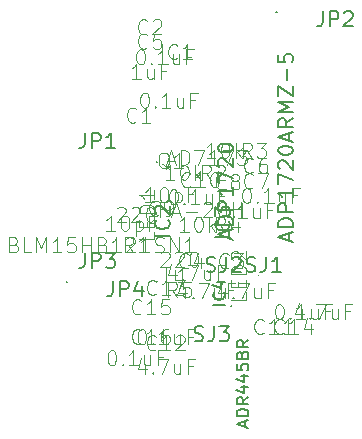
<source format=gbr>
G04 (created by PCBNEW (2013-jul-07)-stable) date Mon 28 Dec 2015 12:05:22 PM PST*
%MOIN*%
G04 Gerber Fmt 3.4, Leading zero omitted, Abs format*
%FSLAX34Y34*%
G01*
G70*
G90*
G04 APERTURE LIST*
%ADD10C,0.00393701*%
%ADD11C,0.004*%
%ADD12C,0.005*%
%ADD13C,0.0062*%
%ADD14C,3.93701e-08*%
G04 APERTURE END LIST*
G54D10*
G54D11*
X56756Y-37139D02*
X56756Y-36639D01*
X57280Y-37091D02*
X57256Y-37115D01*
X57185Y-37139D01*
X57137Y-37139D01*
X57066Y-37115D01*
X57018Y-37067D01*
X56995Y-37020D01*
X56971Y-36925D01*
X56971Y-36853D01*
X56995Y-36758D01*
X57018Y-36710D01*
X57066Y-36663D01*
X57137Y-36639D01*
X57185Y-36639D01*
X57256Y-36663D01*
X57280Y-36687D01*
X57756Y-37139D02*
X57471Y-37139D01*
X57614Y-37139D02*
X57614Y-36639D01*
X57566Y-36710D01*
X57518Y-36758D01*
X57471Y-36782D01*
X56943Y-40521D02*
X57181Y-40521D01*
X56895Y-40664D02*
X57062Y-40164D01*
X57229Y-40664D01*
X57395Y-40664D02*
X57395Y-40164D01*
X57515Y-40164D01*
X57586Y-40188D01*
X57634Y-40235D01*
X57657Y-40283D01*
X57681Y-40378D01*
X57681Y-40450D01*
X57657Y-40545D01*
X57634Y-40592D01*
X57586Y-40640D01*
X57515Y-40664D01*
X57395Y-40664D01*
X57848Y-40164D02*
X58181Y-40164D01*
X57967Y-40664D01*
X58634Y-40664D02*
X58348Y-40664D01*
X58491Y-40664D02*
X58491Y-40164D01*
X58443Y-40235D01*
X58395Y-40283D01*
X58348Y-40307D01*
X58800Y-40164D02*
X59134Y-40164D01*
X58919Y-40664D01*
X59276Y-40164D02*
X59586Y-40164D01*
X59419Y-40354D01*
X59491Y-40354D01*
X59538Y-40378D01*
X59562Y-40402D01*
X59586Y-40450D01*
X59586Y-40569D01*
X59562Y-40616D01*
X59538Y-40640D01*
X59491Y-40664D01*
X59348Y-40664D01*
X59300Y-40640D01*
X59276Y-40616D01*
X55812Y-43560D02*
X55646Y-43322D01*
X55526Y-43560D02*
X55526Y-43060D01*
X55717Y-43060D01*
X55765Y-43084D01*
X55788Y-43108D01*
X55812Y-43155D01*
X55812Y-43227D01*
X55788Y-43274D01*
X55765Y-43298D01*
X55717Y-43322D01*
X55526Y-43322D01*
X56288Y-43560D02*
X56003Y-43560D01*
X56146Y-43560D02*
X56146Y-43060D01*
X56098Y-43131D01*
X56050Y-43179D01*
X56003Y-43203D01*
X55276Y-42108D02*
X55300Y-42084D01*
X55348Y-42060D01*
X55467Y-42060D01*
X55515Y-42084D01*
X55538Y-42108D01*
X55562Y-42155D01*
X55562Y-42203D01*
X55538Y-42274D01*
X55253Y-42560D01*
X55562Y-42560D01*
X55753Y-42108D02*
X55776Y-42084D01*
X55824Y-42060D01*
X55943Y-42060D01*
X55991Y-42084D01*
X56015Y-42108D01*
X56038Y-42155D01*
X56038Y-42203D01*
X56015Y-42274D01*
X55729Y-42560D01*
X56038Y-42560D01*
X56348Y-42060D02*
X56396Y-42060D01*
X56443Y-42084D01*
X56467Y-42108D01*
X56491Y-42155D01*
X56515Y-42250D01*
X56515Y-42369D01*
X56491Y-42465D01*
X56467Y-42512D01*
X56443Y-42536D01*
X56396Y-42560D01*
X56348Y-42560D01*
X56300Y-42536D01*
X56276Y-42512D01*
X56253Y-42465D01*
X56229Y-42369D01*
X56229Y-42250D01*
X56253Y-42155D01*
X56276Y-42108D01*
X56300Y-42084D01*
X56348Y-42060D01*
X56517Y-42891D02*
X56517Y-43129D01*
X56017Y-43129D01*
X56255Y-42724D02*
X56255Y-42558D01*
X56517Y-42486D02*
X56517Y-42724D01*
X56017Y-42724D01*
X56017Y-42486D01*
X56517Y-42272D02*
X56017Y-42272D01*
X56017Y-42153D01*
X56041Y-42082D01*
X56088Y-42034D01*
X56136Y-42010D01*
X56231Y-41986D01*
X56303Y-41986D01*
X56398Y-42010D01*
X56445Y-42034D01*
X56493Y-42082D01*
X56517Y-42153D01*
X56517Y-42272D01*
X56517Y-41510D02*
X56517Y-41796D01*
X56517Y-41653D02*
X56017Y-41653D01*
X56088Y-41701D01*
X56136Y-41748D01*
X56160Y-41796D01*
X57469Y-42832D02*
X57493Y-42808D01*
X57517Y-42832D01*
X57493Y-42855D01*
X57469Y-42832D01*
X57517Y-42832D01*
X55905Y-39207D02*
X55881Y-39231D01*
X55810Y-39255D01*
X55762Y-39255D01*
X55691Y-39231D01*
X55643Y-39183D01*
X55619Y-39136D01*
X55596Y-39041D01*
X55596Y-38969D01*
X55619Y-38874D01*
X55643Y-38826D01*
X55691Y-38779D01*
X55762Y-38755D01*
X55810Y-38755D01*
X55881Y-38779D01*
X55905Y-38803D01*
X56381Y-39255D02*
X56096Y-39255D01*
X56239Y-39255D02*
X56239Y-38755D01*
X56191Y-38826D01*
X56143Y-38874D01*
X56096Y-38898D01*
X56167Y-38255D02*
X56215Y-38255D01*
X56262Y-38279D01*
X56286Y-38303D01*
X56310Y-38350D01*
X56334Y-38445D01*
X56334Y-38564D01*
X56310Y-38660D01*
X56286Y-38707D01*
X56262Y-38731D01*
X56215Y-38755D01*
X56167Y-38755D01*
X56119Y-38731D01*
X56096Y-38707D01*
X56072Y-38660D01*
X56048Y-38564D01*
X56048Y-38445D01*
X56072Y-38350D01*
X56096Y-38303D01*
X56119Y-38279D01*
X56167Y-38255D01*
X56548Y-38707D02*
X56572Y-38731D01*
X56548Y-38755D01*
X56524Y-38731D01*
X56548Y-38707D01*
X56548Y-38755D01*
X57048Y-38755D02*
X56762Y-38755D01*
X56905Y-38755D02*
X56905Y-38255D01*
X56858Y-38326D01*
X56810Y-38374D01*
X56762Y-38398D01*
X57477Y-38422D02*
X57477Y-38755D01*
X57262Y-38422D02*
X57262Y-38683D01*
X57286Y-38731D01*
X57334Y-38755D01*
X57405Y-38755D01*
X57453Y-38731D01*
X57477Y-38707D01*
X57881Y-38493D02*
X57715Y-38493D01*
X57715Y-38755D02*
X57715Y-38255D01*
X57953Y-38255D01*
X58393Y-41160D02*
X58227Y-40922D01*
X58107Y-41160D02*
X58107Y-40660D01*
X58298Y-40660D01*
X58346Y-40684D01*
X58369Y-40708D01*
X58393Y-40755D01*
X58393Y-40827D01*
X58369Y-40874D01*
X58346Y-40898D01*
X58298Y-40922D01*
X58107Y-40922D01*
X58584Y-40708D02*
X58607Y-40684D01*
X58655Y-40660D01*
X58774Y-40660D01*
X58822Y-40684D01*
X58846Y-40708D01*
X58869Y-40755D01*
X58869Y-40803D01*
X58846Y-40874D01*
X58560Y-41160D01*
X58869Y-41160D01*
X57179Y-41160D02*
X56893Y-41160D01*
X57036Y-41160D02*
X57036Y-40660D01*
X56988Y-40731D01*
X56941Y-40779D01*
X56893Y-40803D01*
X57488Y-40660D02*
X57536Y-40660D01*
X57584Y-40684D01*
X57607Y-40708D01*
X57631Y-40755D01*
X57655Y-40850D01*
X57655Y-40969D01*
X57631Y-41065D01*
X57607Y-41112D01*
X57584Y-41136D01*
X57536Y-41160D01*
X57488Y-41160D01*
X57441Y-41136D01*
X57417Y-41112D01*
X57393Y-41065D01*
X57369Y-40969D01*
X57369Y-40850D01*
X57393Y-40755D01*
X57417Y-40708D01*
X57441Y-40684D01*
X57488Y-40660D01*
X57869Y-41160D02*
X57869Y-40660D01*
X57917Y-40969D02*
X58060Y-41160D01*
X58060Y-40827D02*
X57869Y-41017D01*
X59755Y-40424D02*
X59589Y-40186D01*
X59469Y-40424D02*
X59469Y-39924D01*
X59660Y-39924D01*
X59708Y-39948D01*
X59731Y-39972D01*
X59755Y-40019D01*
X59755Y-40091D01*
X59731Y-40138D01*
X59708Y-40162D01*
X59660Y-40186D01*
X59469Y-40186D01*
X59922Y-39924D02*
X60231Y-39924D01*
X60065Y-40114D01*
X60136Y-40114D01*
X60184Y-40138D01*
X60208Y-40162D01*
X60231Y-40210D01*
X60231Y-40329D01*
X60208Y-40376D01*
X60184Y-40400D01*
X60136Y-40424D01*
X59993Y-40424D01*
X59946Y-40400D01*
X59922Y-40376D01*
X58541Y-40424D02*
X58255Y-40424D01*
X58398Y-40424D02*
X58398Y-39924D01*
X58350Y-39995D01*
X58303Y-40043D01*
X58255Y-40067D01*
X58850Y-39924D02*
X58898Y-39924D01*
X58946Y-39948D01*
X58969Y-39972D01*
X58993Y-40019D01*
X59017Y-40114D01*
X59017Y-40233D01*
X58993Y-40329D01*
X58969Y-40376D01*
X58946Y-40400D01*
X58898Y-40424D01*
X58850Y-40424D01*
X58803Y-40400D01*
X58779Y-40376D01*
X58755Y-40329D01*
X58731Y-40233D01*
X58731Y-40114D01*
X58755Y-40019D01*
X58779Y-39972D01*
X58803Y-39948D01*
X58850Y-39924D01*
X59231Y-40424D02*
X59231Y-39924D01*
X59279Y-40233D02*
X59422Y-40424D01*
X59422Y-40091D02*
X59231Y-40281D01*
X56273Y-36268D02*
X56249Y-36292D01*
X56178Y-36316D01*
X56130Y-36316D01*
X56059Y-36292D01*
X56011Y-36244D01*
X55987Y-36197D01*
X55964Y-36102D01*
X55964Y-36030D01*
X55987Y-35935D01*
X56011Y-35887D01*
X56059Y-35840D01*
X56130Y-35816D01*
X56178Y-35816D01*
X56249Y-35840D01*
X56273Y-35864D01*
X56464Y-35864D02*
X56487Y-35840D01*
X56535Y-35816D01*
X56654Y-35816D01*
X56702Y-35840D01*
X56726Y-35864D01*
X56749Y-35911D01*
X56749Y-35959D01*
X56726Y-36030D01*
X56440Y-36316D01*
X56749Y-36316D01*
X56035Y-36816D02*
X56083Y-36816D01*
X56130Y-36840D01*
X56154Y-36864D01*
X56178Y-36911D01*
X56202Y-37006D01*
X56202Y-37125D01*
X56178Y-37221D01*
X56154Y-37268D01*
X56130Y-37292D01*
X56083Y-37316D01*
X56035Y-37316D01*
X55987Y-37292D01*
X55964Y-37268D01*
X55940Y-37221D01*
X55916Y-37125D01*
X55916Y-37006D01*
X55940Y-36911D01*
X55964Y-36864D01*
X55987Y-36840D01*
X56035Y-36816D01*
X56416Y-37268D02*
X56440Y-37292D01*
X56416Y-37316D01*
X56392Y-37292D01*
X56416Y-37268D01*
X56416Y-37316D01*
X56916Y-37316D02*
X56630Y-37316D01*
X56773Y-37316D02*
X56773Y-36816D01*
X56726Y-36887D01*
X56678Y-36935D01*
X56630Y-36959D01*
X57345Y-36983D02*
X57345Y-37316D01*
X57130Y-36983D02*
X57130Y-37244D01*
X57154Y-37292D01*
X57202Y-37316D01*
X57273Y-37316D01*
X57321Y-37292D01*
X57345Y-37268D01*
X57749Y-37054D02*
X57583Y-37054D01*
X57583Y-37316D02*
X57583Y-36816D01*
X57821Y-36816D01*
X58989Y-44063D02*
X58965Y-44087D01*
X58894Y-44111D01*
X58846Y-44111D01*
X58775Y-44087D01*
X58727Y-44039D01*
X58703Y-43992D01*
X58680Y-43897D01*
X58680Y-43825D01*
X58703Y-43730D01*
X58727Y-43682D01*
X58775Y-43635D01*
X58846Y-43611D01*
X58894Y-43611D01*
X58965Y-43635D01*
X58989Y-43659D01*
X59156Y-43611D02*
X59465Y-43611D01*
X59299Y-43801D01*
X59370Y-43801D01*
X59418Y-43825D01*
X59442Y-43849D01*
X59465Y-43897D01*
X59465Y-44016D01*
X59442Y-44063D01*
X59418Y-44087D01*
X59370Y-44111D01*
X59227Y-44111D01*
X59180Y-44087D01*
X59156Y-44063D01*
X58870Y-44778D02*
X58870Y-45111D01*
X58751Y-44587D02*
X58632Y-44944D01*
X58942Y-44944D01*
X59132Y-45063D02*
X59156Y-45087D01*
X59132Y-45111D01*
X59108Y-45087D01*
X59132Y-45063D01*
X59132Y-45111D01*
X59323Y-44611D02*
X59656Y-44611D01*
X59442Y-45111D01*
X60061Y-44778D02*
X60061Y-45111D01*
X59846Y-44778D02*
X59846Y-45039D01*
X59870Y-45087D01*
X59918Y-45111D01*
X59989Y-45111D01*
X60037Y-45087D01*
X60061Y-45063D01*
X60465Y-44849D02*
X60299Y-44849D01*
X60299Y-45111D02*
X60299Y-44611D01*
X60537Y-44611D01*
X56273Y-36740D02*
X56249Y-36764D01*
X56178Y-36788D01*
X56130Y-36788D01*
X56059Y-36764D01*
X56011Y-36716D01*
X55987Y-36669D01*
X55964Y-36574D01*
X55964Y-36502D01*
X55987Y-36407D01*
X56011Y-36359D01*
X56059Y-36312D01*
X56130Y-36288D01*
X56178Y-36288D01*
X56249Y-36312D01*
X56273Y-36336D01*
X56726Y-36288D02*
X56487Y-36288D01*
X56464Y-36526D01*
X56487Y-36502D01*
X56535Y-36478D01*
X56654Y-36478D01*
X56702Y-36502D01*
X56726Y-36526D01*
X56749Y-36574D01*
X56749Y-36693D01*
X56726Y-36740D01*
X56702Y-36764D01*
X56654Y-36788D01*
X56535Y-36788D01*
X56487Y-36764D01*
X56464Y-36740D01*
X56059Y-37788D02*
X55773Y-37788D01*
X55916Y-37788D02*
X55916Y-37288D01*
X55868Y-37359D01*
X55821Y-37407D01*
X55773Y-37431D01*
X56487Y-37455D02*
X56487Y-37788D01*
X56273Y-37455D02*
X56273Y-37716D01*
X56297Y-37764D01*
X56345Y-37788D01*
X56416Y-37788D01*
X56464Y-37764D01*
X56487Y-37740D01*
X56892Y-37526D02*
X56726Y-37526D01*
X56726Y-37788D02*
X56726Y-37288D01*
X56964Y-37288D01*
X59804Y-40886D02*
X59780Y-40910D01*
X59709Y-40934D01*
X59661Y-40934D01*
X59590Y-40910D01*
X59542Y-40862D01*
X59518Y-40815D01*
X59495Y-40720D01*
X59495Y-40648D01*
X59518Y-40553D01*
X59542Y-40505D01*
X59590Y-40458D01*
X59661Y-40434D01*
X59709Y-40434D01*
X59780Y-40458D01*
X59804Y-40482D01*
X60233Y-40434D02*
X60138Y-40434D01*
X60090Y-40458D01*
X60066Y-40482D01*
X60018Y-40553D01*
X59995Y-40648D01*
X59995Y-40839D01*
X60018Y-40886D01*
X60042Y-40910D01*
X60090Y-40934D01*
X60185Y-40934D01*
X60233Y-40910D01*
X60257Y-40886D01*
X60280Y-40839D01*
X60280Y-40720D01*
X60257Y-40672D01*
X60233Y-40648D01*
X60185Y-40624D01*
X60090Y-40624D01*
X60042Y-40648D01*
X60018Y-40672D01*
X59995Y-40720D01*
X59566Y-41434D02*
X59614Y-41434D01*
X59661Y-41458D01*
X59685Y-41482D01*
X59709Y-41529D01*
X59733Y-41624D01*
X59733Y-41743D01*
X59709Y-41839D01*
X59685Y-41886D01*
X59661Y-41910D01*
X59614Y-41934D01*
X59566Y-41934D01*
X59518Y-41910D01*
X59495Y-41886D01*
X59471Y-41839D01*
X59447Y-41743D01*
X59447Y-41624D01*
X59471Y-41529D01*
X59495Y-41482D01*
X59518Y-41458D01*
X59566Y-41434D01*
X59947Y-41886D02*
X59971Y-41910D01*
X59947Y-41934D01*
X59923Y-41910D01*
X59947Y-41886D01*
X59947Y-41934D01*
X60447Y-41934D02*
X60161Y-41934D01*
X60304Y-41934D02*
X60304Y-41434D01*
X60257Y-41505D01*
X60209Y-41553D01*
X60161Y-41577D01*
X60876Y-41601D02*
X60876Y-41934D01*
X60661Y-41601D02*
X60661Y-41862D01*
X60685Y-41910D01*
X60733Y-41934D01*
X60804Y-41934D01*
X60852Y-41910D01*
X60876Y-41886D01*
X61280Y-41672D02*
X61114Y-41672D01*
X61114Y-41934D02*
X61114Y-41434D01*
X61352Y-41434D01*
X59804Y-41394D02*
X59780Y-41418D01*
X59709Y-41442D01*
X59661Y-41442D01*
X59590Y-41418D01*
X59542Y-41370D01*
X59518Y-41323D01*
X59495Y-41228D01*
X59495Y-41156D01*
X59518Y-41061D01*
X59542Y-41013D01*
X59590Y-40966D01*
X59661Y-40942D01*
X59709Y-40942D01*
X59780Y-40966D01*
X59804Y-40990D01*
X59971Y-40942D02*
X60304Y-40942D01*
X60090Y-41442D01*
X59590Y-42442D02*
X59304Y-42442D01*
X59447Y-42442D02*
X59447Y-41942D01*
X59399Y-42013D01*
X59352Y-42061D01*
X59304Y-42085D01*
X60018Y-42109D02*
X60018Y-42442D01*
X59804Y-42109D02*
X59804Y-42370D01*
X59828Y-42418D01*
X59876Y-42442D01*
X59947Y-42442D01*
X59995Y-42418D01*
X60018Y-42394D01*
X60423Y-42180D02*
X60257Y-42180D01*
X60257Y-42442D02*
X60257Y-41942D01*
X60495Y-41942D01*
X58865Y-41427D02*
X58841Y-41451D01*
X58770Y-41475D01*
X58722Y-41475D01*
X58651Y-41451D01*
X58603Y-41403D01*
X58579Y-41356D01*
X58556Y-41261D01*
X58556Y-41189D01*
X58579Y-41094D01*
X58603Y-41046D01*
X58651Y-40999D01*
X58722Y-40975D01*
X58770Y-40975D01*
X58841Y-40999D01*
X58865Y-41023D01*
X59151Y-41189D02*
X59103Y-41165D01*
X59079Y-41142D01*
X59056Y-41094D01*
X59056Y-41070D01*
X59079Y-41023D01*
X59103Y-40999D01*
X59151Y-40975D01*
X59246Y-40975D01*
X59294Y-40999D01*
X59318Y-41023D01*
X59341Y-41070D01*
X59341Y-41094D01*
X59318Y-41142D01*
X59294Y-41165D01*
X59246Y-41189D01*
X59151Y-41189D01*
X59103Y-41213D01*
X59079Y-41237D01*
X59056Y-41284D01*
X59056Y-41380D01*
X59079Y-41427D01*
X59103Y-41451D01*
X59151Y-41475D01*
X59246Y-41475D01*
X59294Y-41451D01*
X59318Y-41427D01*
X59341Y-41380D01*
X59341Y-41284D01*
X59318Y-41237D01*
X59294Y-41213D01*
X59246Y-41189D01*
X57127Y-41475D02*
X57175Y-41475D01*
X57222Y-41499D01*
X57246Y-41523D01*
X57270Y-41570D01*
X57294Y-41665D01*
X57294Y-41784D01*
X57270Y-41880D01*
X57246Y-41927D01*
X57222Y-41951D01*
X57175Y-41975D01*
X57127Y-41975D01*
X57079Y-41951D01*
X57056Y-41927D01*
X57032Y-41880D01*
X57008Y-41784D01*
X57008Y-41665D01*
X57032Y-41570D01*
X57056Y-41523D01*
X57079Y-41499D01*
X57127Y-41475D01*
X57508Y-41927D02*
X57532Y-41951D01*
X57508Y-41975D01*
X57484Y-41951D01*
X57508Y-41927D01*
X57508Y-41975D01*
X58008Y-41975D02*
X57722Y-41975D01*
X57865Y-41975D02*
X57865Y-41475D01*
X57818Y-41546D01*
X57770Y-41594D01*
X57722Y-41618D01*
X58437Y-41642D02*
X58437Y-41975D01*
X58222Y-41642D02*
X58222Y-41903D01*
X58246Y-41951D01*
X58294Y-41975D01*
X58365Y-41975D01*
X58413Y-41951D01*
X58437Y-41927D01*
X58841Y-41713D02*
X58675Y-41713D01*
X58675Y-41975D02*
X58675Y-41475D01*
X58913Y-41475D01*
X58865Y-42892D02*
X58699Y-42654D01*
X58579Y-42892D02*
X58579Y-42392D01*
X58770Y-42392D01*
X58818Y-42416D01*
X58841Y-42440D01*
X58865Y-42487D01*
X58865Y-42559D01*
X58841Y-42606D01*
X58818Y-42630D01*
X58770Y-42654D01*
X58579Y-42654D01*
X59294Y-42559D02*
X59294Y-42892D01*
X59175Y-42368D02*
X59056Y-42725D01*
X59365Y-42725D01*
X57651Y-42892D02*
X57365Y-42892D01*
X57508Y-42892D02*
X57508Y-42392D01*
X57460Y-42463D01*
X57413Y-42511D01*
X57365Y-42535D01*
X57960Y-42392D02*
X58008Y-42392D01*
X58056Y-42416D01*
X58079Y-42440D01*
X58103Y-42487D01*
X58127Y-42582D01*
X58127Y-42701D01*
X58103Y-42797D01*
X58079Y-42844D01*
X58056Y-42868D01*
X58008Y-42892D01*
X57960Y-42892D01*
X57913Y-42868D01*
X57889Y-42844D01*
X57865Y-42797D01*
X57841Y-42701D01*
X57841Y-42582D01*
X57865Y-42487D01*
X57889Y-42440D01*
X57913Y-42416D01*
X57960Y-42392D01*
X58341Y-42892D02*
X58341Y-42392D01*
X58389Y-42701D02*
X58532Y-42892D01*
X58532Y-42559D02*
X58341Y-42749D01*
G54D12*
X57030Y-43019D02*
X56530Y-43019D01*
X56982Y-42495D02*
X57006Y-42519D01*
X57030Y-42590D01*
X57030Y-42638D01*
X57006Y-42709D01*
X56958Y-42757D01*
X56911Y-42781D01*
X56816Y-42804D01*
X56744Y-42804D01*
X56649Y-42781D01*
X56601Y-42757D01*
X56554Y-42709D01*
X56530Y-42638D01*
X56530Y-42590D01*
X56554Y-42519D01*
X56578Y-42495D01*
X56578Y-42304D02*
X56554Y-42281D01*
X56530Y-42233D01*
X56530Y-42114D01*
X56554Y-42066D01*
X56578Y-42042D01*
X56625Y-42019D01*
X56673Y-42019D01*
X56744Y-42042D01*
X57030Y-42328D01*
X57030Y-42019D01*
X58987Y-43102D02*
X58987Y-42864D01*
X59130Y-43150D02*
X58630Y-42983D01*
X59130Y-42816D01*
X59130Y-42650D02*
X58630Y-42650D01*
X58630Y-42531D01*
X58654Y-42459D01*
X58701Y-42411D01*
X58749Y-42388D01*
X58844Y-42364D01*
X58916Y-42364D01*
X59011Y-42388D01*
X59058Y-42411D01*
X59106Y-42459D01*
X59130Y-42531D01*
X59130Y-42650D01*
X59130Y-42150D02*
X58630Y-42150D01*
X58630Y-41959D01*
X58654Y-41911D01*
X58678Y-41888D01*
X58725Y-41864D01*
X58797Y-41864D01*
X58844Y-41888D01*
X58868Y-41911D01*
X58892Y-41959D01*
X58892Y-42150D01*
X59130Y-41388D02*
X59130Y-41673D01*
X59130Y-41531D02*
X58630Y-41531D01*
X58701Y-41578D01*
X58749Y-41626D01*
X58773Y-41673D01*
X58630Y-41221D02*
X58630Y-40888D01*
X59130Y-41102D01*
X58678Y-40721D02*
X58654Y-40697D01*
X58630Y-40650D01*
X58630Y-40531D01*
X58654Y-40483D01*
X58678Y-40459D01*
X58725Y-40435D01*
X58773Y-40435D01*
X58844Y-40459D01*
X59130Y-40745D01*
X59130Y-40435D01*
X58630Y-40126D02*
X58630Y-40078D01*
X58654Y-40031D01*
X58678Y-40007D01*
X58725Y-39983D01*
X58820Y-39959D01*
X58939Y-39959D01*
X59035Y-39983D01*
X59082Y-40007D01*
X59106Y-40031D01*
X59130Y-40078D01*
X59130Y-40126D01*
X59106Y-40173D01*
X59082Y-40197D01*
X59035Y-40221D01*
X58939Y-40245D01*
X58820Y-40245D01*
X58725Y-40221D01*
X58678Y-40197D01*
X58654Y-40173D01*
X58630Y-40126D01*
G54D11*
X57651Y-44063D02*
X57627Y-44087D01*
X57556Y-44111D01*
X57508Y-44111D01*
X57437Y-44087D01*
X57389Y-44039D01*
X57365Y-43992D01*
X57342Y-43897D01*
X57342Y-43825D01*
X57365Y-43730D01*
X57389Y-43682D01*
X57437Y-43635D01*
X57508Y-43611D01*
X57556Y-43611D01*
X57627Y-43635D01*
X57651Y-43659D01*
X58080Y-43778D02*
X58080Y-44111D01*
X57961Y-43587D02*
X57842Y-43944D01*
X58151Y-43944D01*
X57532Y-44778D02*
X57532Y-45111D01*
X57413Y-44587D02*
X57294Y-44944D01*
X57604Y-44944D01*
X57794Y-45063D02*
X57818Y-45087D01*
X57794Y-45111D01*
X57770Y-45087D01*
X57794Y-45063D01*
X57794Y-45111D01*
X57985Y-44611D02*
X58318Y-44611D01*
X58104Y-45111D01*
X58723Y-44778D02*
X58723Y-45111D01*
X58508Y-44778D02*
X58508Y-45039D01*
X58532Y-45087D01*
X58580Y-45111D01*
X58651Y-45111D01*
X58699Y-45087D01*
X58723Y-45063D01*
X59127Y-44849D02*
X58961Y-44849D01*
X58961Y-45111D02*
X58961Y-44611D01*
X59199Y-44611D01*
G54D12*
X59038Y-43058D02*
X58538Y-43058D01*
X58990Y-42534D02*
X59014Y-42558D01*
X59038Y-42629D01*
X59038Y-42677D01*
X59014Y-42748D01*
X58966Y-42796D01*
X58919Y-42820D01*
X58824Y-42843D01*
X58752Y-42843D01*
X58657Y-42820D01*
X58609Y-42796D01*
X58562Y-42748D01*
X58538Y-42677D01*
X58538Y-42629D01*
X58562Y-42558D01*
X58586Y-42534D01*
X58538Y-42367D02*
X58538Y-42058D01*
X58728Y-42224D01*
X58728Y-42153D01*
X58752Y-42105D01*
X58776Y-42081D01*
X58824Y-42058D01*
X58943Y-42058D01*
X58990Y-42081D01*
X59014Y-42105D01*
X59038Y-42153D01*
X59038Y-42296D01*
X59014Y-42343D01*
X58990Y-42367D01*
X60995Y-43177D02*
X60995Y-42939D01*
X61138Y-43224D02*
X60638Y-43058D01*
X61138Y-42891D01*
X61138Y-42724D02*
X60638Y-42724D01*
X60638Y-42605D01*
X60662Y-42534D01*
X60709Y-42486D01*
X60757Y-42462D01*
X60852Y-42439D01*
X60924Y-42439D01*
X61019Y-42462D01*
X61066Y-42486D01*
X61114Y-42534D01*
X61138Y-42605D01*
X61138Y-42724D01*
X61138Y-42224D02*
X60638Y-42224D01*
X60638Y-42034D01*
X60662Y-41986D01*
X60686Y-41962D01*
X60733Y-41939D01*
X60805Y-41939D01*
X60852Y-41962D01*
X60876Y-41986D01*
X60900Y-42034D01*
X60900Y-42224D01*
X61138Y-41462D02*
X61138Y-41748D01*
X61138Y-41605D02*
X60638Y-41605D01*
X60709Y-41653D01*
X60757Y-41700D01*
X60781Y-41748D01*
X60638Y-41296D02*
X60638Y-40962D01*
X61138Y-41177D01*
X60686Y-40796D02*
X60662Y-40772D01*
X60638Y-40724D01*
X60638Y-40605D01*
X60662Y-40558D01*
X60686Y-40534D01*
X60733Y-40510D01*
X60781Y-40510D01*
X60852Y-40534D01*
X61138Y-40820D01*
X61138Y-40510D01*
X60638Y-40200D02*
X60638Y-40153D01*
X60662Y-40105D01*
X60686Y-40081D01*
X60733Y-40058D01*
X60828Y-40034D01*
X60947Y-40034D01*
X61043Y-40058D01*
X61090Y-40081D01*
X61114Y-40105D01*
X61138Y-40153D01*
X61138Y-40200D01*
X61114Y-40248D01*
X61090Y-40272D01*
X61043Y-40296D01*
X60947Y-40320D01*
X60828Y-40320D01*
X60733Y-40296D01*
X60686Y-40272D01*
X60662Y-40248D01*
X60638Y-40200D01*
X60995Y-39843D02*
X60995Y-39605D01*
X61138Y-39891D02*
X60638Y-39724D01*
X61138Y-39558D01*
X61138Y-39105D02*
X60900Y-39272D01*
X61138Y-39391D02*
X60638Y-39391D01*
X60638Y-39200D01*
X60662Y-39153D01*
X60686Y-39129D01*
X60733Y-39105D01*
X60805Y-39105D01*
X60852Y-39129D01*
X60876Y-39153D01*
X60900Y-39200D01*
X60900Y-39391D01*
X61138Y-38891D02*
X60638Y-38891D01*
X60995Y-38724D01*
X60638Y-38558D01*
X61138Y-38558D01*
X60638Y-38367D02*
X60638Y-38034D01*
X61138Y-38367D01*
X61138Y-38034D01*
X60947Y-37843D02*
X60947Y-37462D01*
X60638Y-36986D02*
X60638Y-37224D01*
X60876Y-37248D01*
X60852Y-37224D01*
X60828Y-37177D01*
X60828Y-37058D01*
X60852Y-37010D01*
X60876Y-36986D01*
X60924Y-36962D01*
X61043Y-36962D01*
X61090Y-36986D01*
X61114Y-37010D01*
X61138Y-37058D01*
X61138Y-37177D01*
X61114Y-37224D01*
X61090Y-37248D01*
G54D11*
X56653Y-42305D02*
X56629Y-42329D01*
X56558Y-42353D01*
X56510Y-42353D01*
X56439Y-42329D01*
X56391Y-42281D01*
X56367Y-42234D01*
X56344Y-42139D01*
X56344Y-42067D01*
X56367Y-41972D01*
X56391Y-41924D01*
X56439Y-41877D01*
X56510Y-41853D01*
X56558Y-41853D01*
X56629Y-41877D01*
X56653Y-41901D01*
X56891Y-42353D02*
X56987Y-42353D01*
X57034Y-42329D01*
X57058Y-42305D01*
X57106Y-42234D01*
X57129Y-42139D01*
X57129Y-41948D01*
X57106Y-41901D01*
X57082Y-41877D01*
X57034Y-41853D01*
X56939Y-41853D01*
X56891Y-41877D01*
X56867Y-41901D01*
X56844Y-41948D01*
X56844Y-42067D01*
X56867Y-42115D01*
X56891Y-42139D01*
X56939Y-42162D01*
X57034Y-42162D01*
X57082Y-42139D01*
X57106Y-42115D01*
X57129Y-42067D01*
X55201Y-42853D02*
X54915Y-42853D01*
X55058Y-42853D02*
X55058Y-42353D01*
X55010Y-42424D01*
X54963Y-42472D01*
X54915Y-42496D01*
X55510Y-42353D02*
X55558Y-42353D01*
X55606Y-42377D01*
X55629Y-42401D01*
X55653Y-42448D01*
X55677Y-42543D01*
X55677Y-42662D01*
X55653Y-42758D01*
X55629Y-42805D01*
X55606Y-42829D01*
X55558Y-42853D01*
X55510Y-42853D01*
X55463Y-42829D01*
X55439Y-42805D01*
X55415Y-42758D01*
X55391Y-42662D01*
X55391Y-42543D01*
X55415Y-42448D01*
X55439Y-42401D01*
X55463Y-42377D01*
X55510Y-42353D01*
X55891Y-42520D02*
X55891Y-43020D01*
X55891Y-42543D02*
X55939Y-42520D01*
X56034Y-42520D01*
X56082Y-42543D01*
X56106Y-42567D01*
X56129Y-42615D01*
X56129Y-42758D01*
X56106Y-42805D01*
X56082Y-42829D01*
X56034Y-42853D01*
X55939Y-42853D01*
X55891Y-42829D01*
X56510Y-42591D02*
X56344Y-42591D01*
X56344Y-42853D02*
X56344Y-42353D01*
X56582Y-42353D01*
X57714Y-41360D02*
X57690Y-41384D01*
X57619Y-41408D01*
X57571Y-41408D01*
X57500Y-41384D01*
X57452Y-41336D01*
X57428Y-41289D01*
X57405Y-41194D01*
X57405Y-41122D01*
X57428Y-41027D01*
X57452Y-40979D01*
X57500Y-40932D01*
X57571Y-40908D01*
X57619Y-40908D01*
X57690Y-40932D01*
X57714Y-40956D01*
X58190Y-41408D02*
X57905Y-41408D01*
X58047Y-41408D02*
X58047Y-40908D01*
X58000Y-40979D01*
X57952Y-41027D01*
X57905Y-41051D01*
X58500Y-40908D02*
X58547Y-40908D01*
X58595Y-40932D01*
X58619Y-40956D01*
X58643Y-41003D01*
X58666Y-41098D01*
X58666Y-41217D01*
X58643Y-41313D01*
X58619Y-41360D01*
X58595Y-41384D01*
X58547Y-41408D01*
X58500Y-41408D01*
X58452Y-41384D01*
X58428Y-41360D01*
X58405Y-41313D01*
X58381Y-41217D01*
X58381Y-41098D01*
X58405Y-41003D01*
X58428Y-40956D01*
X58452Y-40932D01*
X58500Y-40908D01*
X56500Y-41908D02*
X56214Y-41908D01*
X56357Y-41908D02*
X56357Y-41408D01*
X56309Y-41479D01*
X56262Y-41527D01*
X56214Y-41551D01*
X56809Y-41408D02*
X56857Y-41408D01*
X56905Y-41432D01*
X56928Y-41456D01*
X56952Y-41503D01*
X56976Y-41598D01*
X56976Y-41717D01*
X56952Y-41813D01*
X56928Y-41860D01*
X56905Y-41884D01*
X56857Y-41908D01*
X56809Y-41908D01*
X56762Y-41884D01*
X56738Y-41860D01*
X56714Y-41813D01*
X56690Y-41717D01*
X56690Y-41598D01*
X56714Y-41503D01*
X56738Y-41456D01*
X56762Y-41432D01*
X56809Y-41408D01*
X57190Y-41575D02*
X57190Y-42075D01*
X57190Y-41598D02*
X57238Y-41575D01*
X57333Y-41575D01*
X57381Y-41598D01*
X57405Y-41622D01*
X57428Y-41670D01*
X57428Y-41813D01*
X57405Y-41860D01*
X57381Y-41884D01*
X57333Y-41908D01*
X57238Y-41908D01*
X57190Y-41884D01*
X57809Y-41646D02*
X57643Y-41646D01*
X57643Y-41908D02*
X57643Y-41408D01*
X57881Y-41408D01*
X57014Y-40799D02*
X56966Y-40775D01*
X56919Y-40727D01*
X56847Y-40656D01*
X56800Y-40632D01*
X56752Y-40632D01*
X56776Y-40751D02*
X56728Y-40727D01*
X56681Y-40679D01*
X56657Y-40584D01*
X56657Y-40418D01*
X56681Y-40322D01*
X56728Y-40275D01*
X56776Y-40251D01*
X56871Y-40251D01*
X56919Y-40275D01*
X56966Y-40322D01*
X56990Y-40418D01*
X56990Y-40584D01*
X56966Y-40679D01*
X56919Y-40727D01*
X56871Y-40751D01*
X56776Y-40751D01*
X57466Y-40751D02*
X57181Y-40751D01*
X57323Y-40751D02*
X57323Y-40251D01*
X57276Y-40322D01*
X57228Y-40370D01*
X57181Y-40394D01*
X56869Y-42149D02*
X56702Y-42149D01*
X56702Y-42411D02*
X56702Y-41911D01*
X56940Y-41911D01*
X57107Y-42268D02*
X57345Y-42268D01*
X57060Y-42411D02*
X57226Y-41911D01*
X57393Y-42411D01*
X57560Y-42220D02*
X57940Y-42220D01*
X58155Y-41959D02*
X58179Y-41935D01*
X58226Y-41911D01*
X58345Y-41911D01*
X58393Y-41935D01*
X58417Y-41959D01*
X58440Y-42006D01*
X58440Y-42054D01*
X58417Y-42125D01*
X58131Y-42411D01*
X58440Y-42411D01*
X58750Y-41911D02*
X58798Y-41911D01*
X58845Y-41935D01*
X58869Y-41959D01*
X58893Y-42006D01*
X58917Y-42101D01*
X58917Y-42220D01*
X58893Y-42316D01*
X58869Y-42363D01*
X58845Y-42387D01*
X58798Y-42411D01*
X58750Y-42411D01*
X58702Y-42387D01*
X58679Y-42363D01*
X58655Y-42316D01*
X58631Y-42220D01*
X58631Y-42101D01*
X58655Y-42006D01*
X58679Y-41959D01*
X58702Y-41935D01*
X58750Y-41911D01*
X59131Y-42411D02*
X59131Y-41911D01*
X59131Y-42149D02*
X59417Y-42149D01*
X59417Y-42411D02*
X59417Y-41911D01*
G54D13*
X58861Y-45325D02*
X58468Y-45325D01*
X58823Y-44913D02*
X58842Y-44932D01*
X58861Y-44988D01*
X58861Y-45026D01*
X58842Y-45082D01*
X58804Y-45119D01*
X58767Y-45138D01*
X58692Y-45157D01*
X58636Y-45157D01*
X58561Y-45138D01*
X58524Y-45119D01*
X58486Y-45082D01*
X58468Y-45026D01*
X58468Y-44988D01*
X58486Y-44932D01*
X58505Y-44913D01*
X58599Y-44577D02*
X58861Y-44577D01*
X58449Y-44670D02*
X58730Y-44764D01*
X58730Y-44520D01*
X59534Y-49383D02*
X59534Y-49195D01*
X59647Y-49420D02*
X59254Y-49289D01*
X59647Y-49158D01*
X59647Y-49027D02*
X59254Y-49027D01*
X59254Y-48933D01*
X59272Y-48877D01*
X59310Y-48840D01*
X59347Y-48821D01*
X59422Y-48802D01*
X59478Y-48802D01*
X59553Y-48821D01*
X59590Y-48840D01*
X59628Y-48877D01*
X59647Y-48933D01*
X59647Y-49027D01*
X59647Y-48409D02*
X59459Y-48540D01*
X59647Y-48634D02*
X59254Y-48634D01*
X59254Y-48484D01*
X59272Y-48447D01*
X59291Y-48428D01*
X59328Y-48409D01*
X59385Y-48409D01*
X59422Y-48428D01*
X59441Y-48447D01*
X59459Y-48484D01*
X59459Y-48634D01*
X59385Y-48073D02*
X59647Y-48073D01*
X59235Y-48166D02*
X59516Y-48260D01*
X59516Y-48016D01*
X59385Y-47698D02*
X59647Y-47698D01*
X59235Y-47792D02*
X59516Y-47885D01*
X59516Y-47642D01*
X59254Y-47305D02*
X59254Y-47492D01*
X59441Y-47511D01*
X59422Y-47492D01*
X59403Y-47455D01*
X59403Y-47361D01*
X59422Y-47324D01*
X59441Y-47305D01*
X59478Y-47286D01*
X59572Y-47286D01*
X59609Y-47305D01*
X59628Y-47324D01*
X59647Y-47361D01*
X59647Y-47455D01*
X59628Y-47492D01*
X59609Y-47511D01*
X59441Y-46987D02*
X59459Y-46931D01*
X59478Y-46912D01*
X59516Y-46893D01*
X59572Y-46893D01*
X59609Y-46912D01*
X59628Y-46931D01*
X59647Y-46968D01*
X59647Y-47118D01*
X59254Y-47118D01*
X59254Y-46987D01*
X59272Y-46950D01*
X59291Y-46931D01*
X59328Y-46912D01*
X59366Y-46912D01*
X59403Y-46931D01*
X59422Y-46950D01*
X59441Y-46987D01*
X59441Y-47118D01*
X59647Y-46500D02*
X59459Y-46631D01*
X59647Y-46725D02*
X59254Y-46725D01*
X59254Y-46575D01*
X59272Y-46538D01*
X59291Y-46519D01*
X59328Y-46500D01*
X59385Y-46500D01*
X59422Y-46519D01*
X59441Y-46538D01*
X59459Y-46575D01*
X59459Y-46725D01*
G54D11*
X60155Y-46254D02*
X60131Y-46278D01*
X60060Y-46302D01*
X60012Y-46302D01*
X59941Y-46278D01*
X59893Y-46230D01*
X59869Y-46183D01*
X59846Y-46088D01*
X59846Y-46016D01*
X59869Y-45921D01*
X59893Y-45873D01*
X59941Y-45826D01*
X60012Y-45802D01*
X60060Y-45802D01*
X60131Y-45826D01*
X60155Y-45850D01*
X60631Y-46302D02*
X60346Y-46302D01*
X60488Y-46302D02*
X60488Y-45802D01*
X60441Y-45873D01*
X60393Y-45921D01*
X60346Y-45945D01*
X61107Y-46302D02*
X60822Y-46302D01*
X60965Y-46302D02*
X60965Y-45802D01*
X60917Y-45873D01*
X60869Y-45921D01*
X60822Y-45945D01*
X60655Y-45302D02*
X60703Y-45302D01*
X60750Y-45326D01*
X60774Y-45350D01*
X60798Y-45397D01*
X60822Y-45492D01*
X60822Y-45611D01*
X60798Y-45707D01*
X60774Y-45754D01*
X60750Y-45778D01*
X60703Y-45802D01*
X60655Y-45802D01*
X60607Y-45778D01*
X60584Y-45754D01*
X60560Y-45707D01*
X60536Y-45611D01*
X60536Y-45492D01*
X60560Y-45397D01*
X60584Y-45350D01*
X60607Y-45326D01*
X60655Y-45302D01*
X61036Y-45754D02*
X61060Y-45778D01*
X61036Y-45802D01*
X61012Y-45778D01*
X61036Y-45754D01*
X61036Y-45802D01*
X61536Y-45802D02*
X61250Y-45802D01*
X61393Y-45802D02*
X61393Y-45302D01*
X61346Y-45373D01*
X61298Y-45421D01*
X61250Y-45445D01*
X61965Y-45469D02*
X61965Y-45802D01*
X61750Y-45469D02*
X61750Y-45730D01*
X61774Y-45778D01*
X61822Y-45802D01*
X61893Y-45802D01*
X61941Y-45778D01*
X61965Y-45754D01*
X62369Y-45540D02*
X62203Y-45540D01*
X62203Y-45802D02*
X62203Y-45302D01*
X62441Y-45302D01*
X56572Y-46793D02*
X56548Y-46817D01*
X56477Y-46841D01*
X56429Y-46841D01*
X56358Y-46817D01*
X56310Y-46769D01*
X56286Y-46722D01*
X56263Y-46627D01*
X56263Y-46555D01*
X56286Y-46460D01*
X56310Y-46412D01*
X56358Y-46365D01*
X56429Y-46341D01*
X56477Y-46341D01*
X56548Y-46365D01*
X56572Y-46389D01*
X57048Y-46841D02*
X56763Y-46841D01*
X56905Y-46841D02*
X56905Y-46341D01*
X56858Y-46412D01*
X56810Y-46460D01*
X56763Y-46484D01*
X57239Y-46389D02*
X57263Y-46365D01*
X57310Y-46341D01*
X57429Y-46341D01*
X57477Y-46365D01*
X57501Y-46389D01*
X57524Y-46436D01*
X57524Y-46484D01*
X57501Y-46555D01*
X57215Y-46841D01*
X57524Y-46841D01*
X55072Y-46841D02*
X55120Y-46841D01*
X55167Y-46865D01*
X55191Y-46889D01*
X55215Y-46936D01*
X55239Y-47031D01*
X55239Y-47150D01*
X55215Y-47246D01*
X55191Y-47293D01*
X55167Y-47317D01*
X55120Y-47341D01*
X55072Y-47341D01*
X55024Y-47317D01*
X55001Y-47293D01*
X54977Y-47246D01*
X54953Y-47150D01*
X54953Y-47031D01*
X54977Y-46936D01*
X55001Y-46889D01*
X55024Y-46865D01*
X55072Y-46841D01*
X55453Y-47293D02*
X55477Y-47317D01*
X55453Y-47341D01*
X55429Y-47317D01*
X55453Y-47293D01*
X55453Y-47341D01*
X55953Y-47341D02*
X55667Y-47341D01*
X55810Y-47341D02*
X55810Y-46841D01*
X55763Y-46912D01*
X55715Y-46960D01*
X55667Y-46984D01*
X56382Y-47008D02*
X56382Y-47341D01*
X56167Y-47008D02*
X56167Y-47269D01*
X56191Y-47317D01*
X56239Y-47341D01*
X56310Y-47341D01*
X56358Y-47317D01*
X56382Y-47293D01*
X56786Y-47079D02*
X56620Y-47079D01*
X56620Y-47341D02*
X56620Y-46841D01*
X56858Y-46841D01*
X56572Y-44955D02*
X56548Y-44979D01*
X56477Y-45003D01*
X56429Y-45003D01*
X56358Y-44979D01*
X56310Y-44931D01*
X56286Y-44884D01*
X56263Y-44789D01*
X56263Y-44717D01*
X56286Y-44622D01*
X56310Y-44574D01*
X56358Y-44527D01*
X56429Y-44503D01*
X56477Y-44503D01*
X56548Y-44527D01*
X56572Y-44551D01*
X57048Y-45003D02*
X56763Y-45003D01*
X56905Y-45003D02*
X56905Y-44503D01*
X56858Y-44574D01*
X56810Y-44622D01*
X56763Y-44646D01*
X57215Y-44503D02*
X57524Y-44503D01*
X57358Y-44693D01*
X57429Y-44693D01*
X57477Y-44717D01*
X57501Y-44741D01*
X57524Y-44789D01*
X57524Y-44908D01*
X57501Y-44955D01*
X57477Y-44979D01*
X57429Y-45003D01*
X57286Y-45003D01*
X57239Y-44979D01*
X57215Y-44955D01*
X57191Y-44170D02*
X57191Y-44503D01*
X57072Y-43979D02*
X56953Y-44336D01*
X57263Y-44336D01*
X57453Y-44455D02*
X57477Y-44479D01*
X57453Y-44503D01*
X57429Y-44479D01*
X57453Y-44455D01*
X57453Y-44503D01*
X57644Y-44003D02*
X57977Y-44003D01*
X57763Y-44503D01*
X58382Y-44170D02*
X58382Y-44503D01*
X58167Y-44170D02*
X58167Y-44431D01*
X58191Y-44479D01*
X58239Y-44503D01*
X58310Y-44503D01*
X58358Y-44479D01*
X58382Y-44455D01*
X58786Y-44241D02*
X58620Y-44241D01*
X58620Y-44503D02*
X58620Y-44003D01*
X58858Y-44003D01*
X60824Y-46254D02*
X60800Y-46278D01*
X60729Y-46302D01*
X60681Y-46302D01*
X60610Y-46278D01*
X60562Y-46230D01*
X60538Y-46183D01*
X60515Y-46088D01*
X60515Y-46016D01*
X60538Y-45921D01*
X60562Y-45873D01*
X60610Y-45826D01*
X60681Y-45802D01*
X60729Y-45802D01*
X60800Y-45826D01*
X60824Y-45850D01*
X61300Y-46302D02*
X61015Y-46302D01*
X61157Y-46302D02*
X61157Y-45802D01*
X61110Y-45873D01*
X61062Y-45921D01*
X61015Y-45945D01*
X61729Y-45969D02*
X61729Y-46302D01*
X61610Y-45778D02*
X61491Y-46135D01*
X61800Y-46135D01*
X61443Y-45469D02*
X61443Y-45802D01*
X61324Y-45278D02*
X61205Y-45635D01*
X61515Y-45635D01*
X61705Y-45754D02*
X61729Y-45778D01*
X61705Y-45802D01*
X61681Y-45778D01*
X61705Y-45754D01*
X61705Y-45802D01*
X61896Y-45302D02*
X62229Y-45302D01*
X62015Y-45802D01*
X62634Y-45469D02*
X62634Y-45802D01*
X62419Y-45469D02*
X62419Y-45730D01*
X62443Y-45778D01*
X62491Y-45802D01*
X62562Y-45802D01*
X62610Y-45778D01*
X62634Y-45754D01*
X63038Y-45540D02*
X62872Y-45540D01*
X62872Y-45802D02*
X62872Y-45302D01*
X63110Y-45302D01*
X57151Y-44583D02*
X56913Y-44583D01*
X56913Y-44083D01*
X57580Y-44583D02*
X57294Y-44583D01*
X57437Y-44583D02*
X57437Y-44083D01*
X57389Y-44154D01*
X57342Y-44202D01*
X57294Y-44226D01*
X51842Y-43321D02*
X51913Y-43345D01*
X51937Y-43369D01*
X51961Y-43416D01*
X51961Y-43488D01*
X51937Y-43535D01*
X51913Y-43559D01*
X51865Y-43583D01*
X51675Y-43583D01*
X51675Y-43083D01*
X51842Y-43083D01*
X51889Y-43107D01*
X51913Y-43131D01*
X51937Y-43178D01*
X51937Y-43226D01*
X51913Y-43273D01*
X51889Y-43297D01*
X51842Y-43321D01*
X51675Y-43321D01*
X52413Y-43583D02*
X52175Y-43583D01*
X52175Y-43083D01*
X52580Y-43583D02*
X52580Y-43083D01*
X52746Y-43440D01*
X52913Y-43083D01*
X52913Y-43583D01*
X53413Y-43583D02*
X53127Y-43583D01*
X53270Y-43583D02*
X53270Y-43083D01*
X53223Y-43154D01*
X53175Y-43202D01*
X53127Y-43226D01*
X53865Y-43083D02*
X53627Y-43083D01*
X53604Y-43321D01*
X53627Y-43297D01*
X53675Y-43273D01*
X53794Y-43273D01*
X53842Y-43297D01*
X53865Y-43321D01*
X53889Y-43369D01*
X53889Y-43488D01*
X53865Y-43535D01*
X53842Y-43559D01*
X53794Y-43583D01*
X53675Y-43583D01*
X53627Y-43559D01*
X53604Y-43535D01*
X54104Y-43583D02*
X54104Y-43083D01*
X54104Y-43321D02*
X54389Y-43321D01*
X54389Y-43583D02*
X54389Y-43083D01*
X54794Y-43321D02*
X54865Y-43345D01*
X54889Y-43369D01*
X54913Y-43416D01*
X54913Y-43488D01*
X54889Y-43535D01*
X54865Y-43559D01*
X54818Y-43583D01*
X54627Y-43583D01*
X54627Y-43083D01*
X54794Y-43083D01*
X54842Y-43107D01*
X54865Y-43131D01*
X54889Y-43178D01*
X54889Y-43226D01*
X54865Y-43273D01*
X54842Y-43297D01*
X54794Y-43321D01*
X54627Y-43321D01*
X55389Y-43583D02*
X55104Y-43583D01*
X55246Y-43583D02*
X55246Y-43083D01*
X55199Y-43154D01*
X55151Y-43202D01*
X55104Y-43226D01*
X55580Y-43131D02*
X55604Y-43107D01*
X55651Y-43083D01*
X55770Y-43083D01*
X55818Y-43107D01*
X55842Y-43131D01*
X55865Y-43178D01*
X55865Y-43226D01*
X55842Y-43297D01*
X55556Y-43583D01*
X55865Y-43583D01*
X56342Y-43583D02*
X56056Y-43583D01*
X56199Y-43583D02*
X56199Y-43083D01*
X56151Y-43154D01*
X56104Y-43202D01*
X56056Y-43226D01*
X56532Y-43559D02*
X56604Y-43583D01*
X56723Y-43583D01*
X56770Y-43559D01*
X56794Y-43535D01*
X56818Y-43488D01*
X56818Y-43440D01*
X56794Y-43392D01*
X56770Y-43369D01*
X56723Y-43345D01*
X56627Y-43321D01*
X56580Y-43297D01*
X56556Y-43273D01*
X56532Y-43226D01*
X56532Y-43178D01*
X56556Y-43131D01*
X56580Y-43107D01*
X56627Y-43083D01*
X56746Y-43083D01*
X56818Y-43107D01*
X57032Y-43583D02*
X57032Y-43083D01*
X57318Y-43583D01*
X57318Y-43083D01*
X57818Y-43583D02*
X57532Y-43583D01*
X57675Y-43583D02*
X57675Y-43083D01*
X57627Y-43154D01*
X57580Y-43202D01*
X57532Y-43226D01*
X56074Y-45598D02*
X56050Y-45622D01*
X55979Y-45646D01*
X55931Y-45646D01*
X55860Y-45622D01*
X55812Y-45574D01*
X55788Y-45527D01*
X55765Y-45432D01*
X55765Y-45360D01*
X55788Y-45265D01*
X55812Y-45217D01*
X55860Y-45170D01*
X55931Y-45146D01*
X55979Y-45146D01*
X56050Y-45170D01*
X56074Y-45194D01*
X56550Y-45646D02*
X56265Y-45646D01*
X56407Y-45646D02*
X56407Y-45146D01*
X56360Y-45217D01*
X56312Y-45265D01*
X56265Y-45289D01*
X57003Y-45146D02*
X56765Y-45146D01*
X56741Y-45384D01*
X56765Y-45360D01*
X56812Y-45336D01*
X56931Y-45336D01*
X56979Y-45360D01*
X57003Y-45384D01*
X57026Y-45432D01*
X57026Y-45551D01*
X57003Y-45598D01*
X56979Y-45622D01*
X56931Y-45646D01*
X56812Y-45646D01*
X56765Y-45622D01*
X56741Y-45598D01*
X56074Y-46146D02*
X56122Y-46146D01*
X56169Y-46170D01*
X56193Y-46194D01*
X56217Y-46241D01*
X56241Y-46336D01*
X56241Y-46455D01*
X56217Y-46551D01*
X56193Y-46598D01*
X56169Y-46622D01*
X56122Y-46646D01*
X56074Y-46646D01*
X56026Y-46622D01*
X56003Y-46598D01*
X55979Y-46551D01*
X55955Y-46455D01*
X55955Y-46336D01*
X55979Y-46241D01*
X56003Y-46194D01*
X56026Y-46170D01*
X56074Y-46146D01*
X56455Y-46598D02*
X56479Y-46622D01*
X56455Y-46646D01*
X56431Y-46622D01*
X56455Y-46598D01*
X56455Y-46646D01*
X56955Y-46646D02*
X56669Y-46646D01*
X56812Y-46646D02*
X56812Y-46146D01*
X56765Y-46217D01*
X56717Y-46265D01*
X56669Y-46289D01*
X57384Y-46313D02*
X57384Y-46646D01*
X57169Y-46313D02*
X57169Y-46574D01*
X57193Y-46622D01*
X57241Y-46646D01*
X57312Y-46646D01*
X57360Y-46622D01*
X57384Y-46598D01*
X57788Y-46384D02*
X57622Y-46384D01*
X57622Y-46646D02*
X57622Y-46146D01*
X57860Y-46146D01*
G54D12*
X59593Y-44212D02*
X59665Y-44236D01*
X59784Y-44236D01*
X59831Y-44212D01*
X59855Y-44188D01*
X59879Y-44141D01*
X59879Y-44093D01*
X59855Y-44045D01*
X59831Y-44022D01*
X59784Y-43998D01*
X59688Y-43974D01*
X59641Y-43950D01*
X59617Y-43926D01*
X59593Y-43879D01*
X59593Y-43831D01*
X59617Y-43784D01*
X59641Y-43760D01*
X59688Y-43736D01*
X59807Y-43736D01*
X59879Y-43760D01*
X60236Y-43736D02*
X60236Y-44093D01*
X60212Y-44164D01*
X60165Y-44212D01*
X60093Y-44236D01*
X60045Y-44236D01*
X60736Y-44236D02*
X60450Y-44236D01*
X60593Y-44236D02*
X60593Y-43736D01*
X60545Y-43807D01*
X60498Y-43855D01*
X60450Y-43879D01*
G54D14*
X59962Y-44343D02*
X59962Y-44343D01*
X59962Y-44343D01*
X59961Y-44343D01*
X59962Y-44343D01*
X59962Y-44343D01*
G54D12*
X58254Y-44212D02*
X58326Y-44236D01*
X58445Y-44236D01*
X58492Y-44212D01*
X58516Y-44188D01*
X58540Y-44141D01*
X58540Y-44093D01*
X58516Y-44045D01*
X58492Y-44022D01*
X58445Y-43998D01*
X58349Y-43974D01*
X58302Y-43950D01*
X58278Y-43926D01*
X58254Y-43879D01*
X58254Y-43831D01*
X58278Y-43784D01*
X58302Y-43760D01*
X58349Y-43736D01*
X58468Y-43736D01*
X58540Y-43760D01*
X58897Y-43736D02*
X58897Y-44093D01*
X58873Y-44164D01*
X58826Y-44212D01*
X58754Y-44236D01*
X58706Y-44236D01*
X59111Y-43784D02*
X59135Y-43760D01*
X59183Y-43736D01*
X59302Y-43736D01*
X59349Y-43760D01*
X59373Y-43784D01*
X59397Y-43831D01*
X59397Y-43879D01*
X59373Y-43950D01*
X59087Y-44236D01*
X59397Y-44236D01*
G54D14*
X58623Y-44343D02*
X58623Y-44343D01*
X58623Y-44343D01*
X58622Y-44343D01*
X58623Y-44343D01*
X58623Y-44343D01*
G54D12*
X57854Y-46520D02*
X57926Y-46544D01*
X58045Y-46544D01*
X58092Y-46520D01*
X58116Y-46496D01*
X58140Y-46449D01*
X58140Y-46401D01*
X58116Y-46353D01*
X58092Y-46330D01*
X58045Y-46306D01*
X57949Y-46282D01*
X57902Y-46258D01*
X57878Y-46234D01*
X57854Y-46187D01*
X57854Y-46139D01*
X57878Y-46092D01*
X57902Y-46068D01*
X57949Y-46044D01*
X58068Y-46044D01*
X58140Y-46068D01*
X58497Y-46044D02*
X58497Y-46401D01*
X58473Y-46472D01*
X58426Y-46520D01*
X58354Y-46544D01*
X58306Y-46544D01*
X58687Y-46044D02*
X58997Y-46044D01*
X58830Y-46234D01*
X58902Y-46234D01*
X58949Y-46258D01*
X58973Y-46282D01*
X58997Y-46330D01*
X58997Y-46449D01*
X58973Y-46496D01*
X58949Y-46520D01*
X58902Y-46544D01*
X58759Y-46544D01*
X58711Y-46520D01*
X58687Y-46496D01*
G54D14*
X58629Y-46037D02*
X58629Y-46037D01*
X58629Y-46037D01*
X58628Y-46037D01*
X58629Y-46037D01*
X58629Y-46037D01*
G54D11*
X59578Y-44913D02*
X59578Y-45151D01*
X59078Y-45151D01*
X59316Y-44746D02*
X59316Y-44580D01*
X59578Y-44508D02*
X59578Y-44746D01*
X59078Y-44746D01*
X59078Y-44508D01*
X59578Y-44294D02*
X59078Y-44294D01*
X59078Y-44175D01*
X59102Y-44104D01*
X59149Y-44056D01*
X59197Y-44032D01*
X59292Y-44008D01*
X59364Y-44008D01*
X59459Y-44032D01*
X59506Y-44056D01*
X59554Y-44104D01*
X59578Y-44175D01*
X59578Y-44294D01*
X59126Y-43818D02*
X59102Y-43794D01*
X59078Y-43746D01*
X59078Y-43627D01*
X59102Y-43580D01*
X59126Y-43556D01*
X59173Y-43532D01*
X59221Y-43532D01*
X59292Y-43556D01*
X59578Y-43842D01*
X59578Y-43532D01*
X59030Y-45354D02*
X59054Y-45330D01*
X59078Y-45354D01*
X59054Y-45377D01*
X59030Y-45354D01*
X59078Y-45354D01*
X57269Y-45056D02*
X57103Y-44818D01*
X56983Y-45056D02*
X56983Y-44556D01*
X57174Y-44556D01*
X57222Y-44580D01*
X57245Y-44604D01*
X57269Y-44651D01*
X57269Y-44723D01*
X57245Y-44770D01*
X57222Y-44794D01*
X57174Y-44818D01*
X56983Y-44818D01*
X57722Y-44556D02*
X57483Y-44556D01*
X57460Y-44794D01*
X57483Y-44770D01*
X57531Y-44746D01*
X57650Y-44746D01*
X57698Y-44770D01*
X57722Y-44794D01*
X57745Y-44842D01*
X57745Y-44961D01*
X57722Y-45008D01*
X57698Y-45032D01*
X57650Y-45056D01*
X57531Y-45056D01*
X57483Y-45032D01*
X57460Y-45008D01*
X56733Y-43604D02*
X56757Y-43580D01*
X56805Y-43556D01*
X56924Y-43556D01*
X56972Y-43580D01*
X56995Y-43604D01*
X57019Y-43651D01*
X57019Y-43699D01*
X56995Y-43770D01*
X56710Y-44056D01*
X57019Y-44056D01*
X57210Y-43604D02*
X57233Y-43580D01*
X57281Y-43556D01*
X57400Y-43556D01*
X57448Y-43580D01*
X57472Y-43604D01*
X57495Y-43651D01*
X57495Y-43699D01*
X57472Y-43770D01*
X57186Y-44056D01*
X57495Y-44056D01*
X57805Y-43556D02*
X57853Y-43556D01*
X57900Y-43580D01*
X57924Y-43604D01*
X57948Y-43651D01*
X57972Y-43746D01*
X57972Y-43865D01*
X57948Y-43961D01*
X57924Y-44008D01*
X57900Y-44032D01*
X57853Y-44056D01*
X57805Y-44056D01*
X57757Y-44032D01*
X57733Y-44008D01*
X57710Y-43961D01*
X57686Y-43865D01*
X57686Y-43746D01*
X57710Y-43651D01*
X57733Y-43604D01*
X57757Y-43580D01*
X57805Y-43556D01*
X56074Y-46583D02*
X56050Y-46607D01*
X55979Y-46631D01*
X55931Y-46631D01*
X55860Y-46607D01*
X55812Y-46559D01*
X55788Y-46512D01*
X55765Y-46417D01*
X55765Y-46345D01*
X55788Y-46250D01*
X55812Y-46202D01*
X55860Y-46155D01*
X55931Y-46131D01*
X55979Y-46131D01*
X56050Y-46155D01*
X56074Y-46179D01*
X56550Y-46631D02*
X56265Y-46631D01*
X56407Y-46631D02*
X56407Y-46131D01*
X56360Y-46202D01*
X56312Y-46250D01*
X56265Y-46274D01*
X56979Y-46131D02*
X56884Y-46131D01*
X56836Y-46155D01*
X56812Y-46179D01*
X56765Y-46250D01*
X56741Y-46345D01*
X56741Y-46536D01*
X56765Y-46583D01*
X56788Y-46607D01*
X56836Y-46631D01*
X56931Y-46631D01*
X56979Y-46607D01*
X57003Y-46583D01*
X57026Y-46536D01*
X57026Y-46417D01*
X57003Y-46369D01*
X56979Y-46345D01*
X56931Y-46321D01*
X56836Y-46321D01*
X56788Y-46345D01*
X56765Y-46369D01*
X56741Y-46417D01*
X56193Y-47298D02*
X56193Y-47631D01*
X56074Y-47107D02*
X55955Y-47464D01*
X56265Y-47464D01*
X56455Y-47583D02*
X56479Y-47607D01*
X56455Y-47631D01*
X56431Y-47607D01*
X56455Y-47583D01*
X56455Y-47631D01*
X56646Y-47131D02*
X56979Y-47131D01*
X56765Y-47631D01*
X57384Y-47298D02*
X57384Y-47631D01*
X57169Y-47298D02*
X57169Y-47559D01*
X57193Y-47607D01*
X57241Y-47631D01*
X57312Y-47631D01*
X57360Y-47607D01*
X57384Y-47583D01*
X57788Y-47369D02*
X57622Y-47369D01*
X57622Y-47631D02*
X57622Y-47131D01*
X57860Y-47131D01*
G54D12*
X54196Y-39605D02*
X54196Y-39962D01*
X54172Y-40033D01*
X54124Y-40081D01*
X54053Y-40105D01*
X54005Y-40105D01*
X54434Y-40105D02*
X54434Y-39605D01*
X54624Y-39605D01*
X54672Y-39629D01*
X54696Y-39653D01*
X54720Y-39700D01*
X54720Y-39772D01*
X54696Y-39819D01*
X54672Y-39843D01*
X54624Y-39867D01*
X54434Y-39867D01*
X55196Y-40105D02*
X54910Y-40105D01*
X55053Y-40105D02*
X55053Y-39605D01*
X55005Y-39676D01*
X54958Y-39724D01*
X54910Y-39748D01*
G54D11*
X56583Y-40527D02*
X56606Y-40551D01*
X56583Y-40575D01*
X56559Y-40551D01*
X56583Y-40527D01*
X56583Y-40575D01*
G54D12*
X62124Y-35549D02*
X62124Y-35906D01*
X62100Y-35977D01*
X62052Y-36025D01*
X61981Y-36049D01*
X61933Y-36049D01*
X62362Y-36049D02*
X62362Y-35549D01*
X62552Y-35549D01*
X62600Y-35573D01*
X62624Y-35597D01*
X62648Y-35644D01*
X62648Y-35716D01*
X62624Y-35763D01*
X62600Y-35787D01*
X62552Y-35811D01*
X62362Y-35811D01*
X62838Y-35597D02*
X62862Y-35573D01*
X62910Y-35549D01*
X63029Y-35549D01*
X63076Y-35573D01*
X63100Y-35597D01*
X63124Y-35644D01*
X63124Y-35692D01*
X63100Y-35763D01*
X62814Y-36049D01*
X63124Y-36049D01*
G54D11*
X60571Y-35531D02*
X60594Y-35555D01*
X60571Y-35579D01*
X60547Y-35555D01*
X60571Y-35531D01*
X60571Y-35579D01*
G54D12*
X54196Y-43601D02*
X54196Y-43958D01*
X54172Y-44029D01*
X54124Y-44077D01*
X54053Y-44101D01*
X54005Y-44101D01*
X54434Y-44101D02*
X54434Y-43601D01*
X54624Y-43601D01*
X54672Y-43625D01*
X54696Y-43649D01*
X54720Y-43696D01*
X54720Y-43768D01*
X54696Y-43815D01*
X54672Y-43839D01*
X54624Y-43863D01*
X54434Y-43863D01*
X54886Y-43601D02*
X55196Y-43601D01*
X55029Y-43791D01*
X55101Y-43791D01*
X55148Y-43815D01*
X55172Y-43839D01*
X55196Y-43887D01*
X55196Y-44006D01*
X55172Y-44053D01*
X55148Y-44077D01*
X55101Y-44101D01*
X54958Y-44101D01*
X54910Y-44077D01*
X54886Y-44053D01*
G54D11*
X56583Y-44523D02*
X56606Y-44547D01*
X56583Y-44571D01*
X56559Y-44547D01*
X56583Y-44523D01*
X56583Y-44571D01*
G54D12*
X55136Y-44545D02*
X55136Y-44902D01*
X55112Y-44973D01*
X55064Y-45021D01*
X54993Y-45045D01*
X54945Y-45045D01*
X55374Y-45045D02*
X55374Y-44545D01*
X55564Y-44545D01*
X55612Y-44569D01*
X55636Y-44593D01*
X55660Y-44640D01*
X55660Y-44712D01*
X55636Y-44759D01*
X55612Y-44783D01*
X55564Y-44807D01*
X55374Y-44807D01*
X56088Y-44712D02*
X56088Y-45045D01*
X55969Y-44521D02*
X55850Y-44878D01*
X56160Y-44878D01*
G54D11*
X53583Y-44527D02*
X53606Y-44551D01*
X53583Y-44575D01*
X53559Y-44551D01*
X53583Y-44527D01*
X53583Y-44575D01*
M02*

</source>
